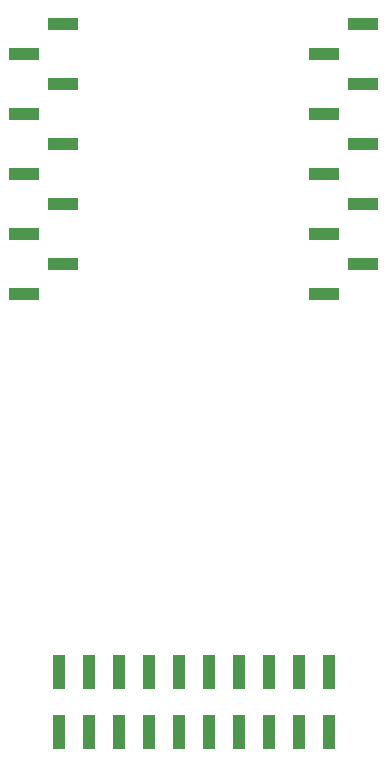
<source format=gbr>
G04 #@! TF.GenerationSoftware,KiCad,Pcbnew,(5.1.5-0-10_14)*
G04 #@! TF.CreationDate,2020-01-23T10:54:37-08:00*
G04 #@! TF.ProjectId,AndyCabinets,416e6479-4361-4626-996e-6574732e6b69,rev?*
G04 #@! TF.SameCoordinates,Original*
G04 #@! TF.FileFunction,Paste,Bot*
G04 #@! TF.FilePolarity,Positive*
%FSLAX46Y46*%
G04 Gerber Fmt 4.6, Leading zero omitted, Abs format (unit mm)*
G04 Created by KiCad (PCBNEW (5.1.5-0-10_14)) date 2020-01-23 10:54:37*
%MOMM*%
%LPD*%
G04 APERTURE LIST*
%ADD10R,1.000000X3.000000*%
%ADD11R,2.510000X1.000000*%
G04 APERTURE END LIST*
D10*
X209062321Y-132187800D03*
X209062321Y-127147800D03*
X206522321Y-132187800D03*
X206522321Y-127147800D03*
X203982321Y-132187800D03*
X203982321Y-127147800D03*
X201442321Y-132187800D03*
X201442321Y-127147800D03*
X198902321Y-132187800D03*
X198902321Y-127147800D03*
X196362321Y-132187800D03*
X196362321Y-127147800D03*
X193822321Y-132187800D03*
X193822321Y-127147800D03*
X191282321Y-132187800D03*
X191282321Y-127147800D03*
X188742321Y-132187800D03*
X188742321Y-127147800D03*
X186202321Y-132187800D03*
X186202321Y-127147800D03*
D11*
X211979363Y-72211099D03*
X211979363Y-77291099D03*
X211979363Y-82371099D03*
X211979363Y-87451099D03*
X211979363Y-92531099D03*
X208669363Y-74751099D03*
X208669363Y-79831099D03*
X208669363Y-84911099D03*
X208669363Y-89991099D03*
X208669363Y-95071099D03*
X186579363Y-72211099D03*
X186579363Y-77291099D03*
X186579363Y-82371099D03*
X186579363Y-87451099D03*
X186579363Y-92531099D03*
X183269363Y-74751099D03*
X183269363Y-79831099D03*
X183269363Y-84911099D03*
X183269363Y-89991099D03*
X183269363Y-95071099D03*
M02*

</source>
